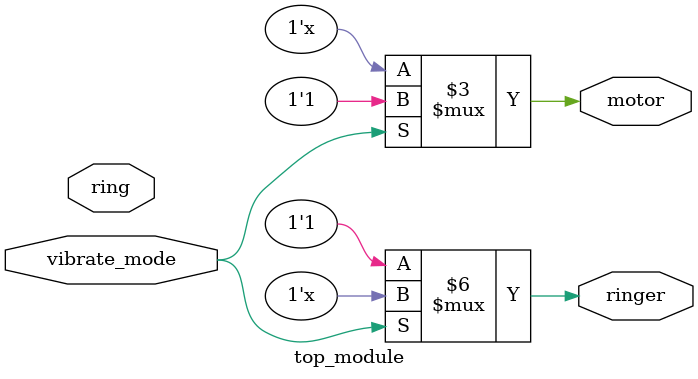
<source format=sv>
module top_module(
  input ring,
  input vibrate_mode,
  output ringer,
  output motor
);
  reg ringer;
  reg motor;

  always @(*) begin
    if (vibrate_mode)
      motor = 1;
    else
      ringer = 1;
    end
  endmodule

</source>
